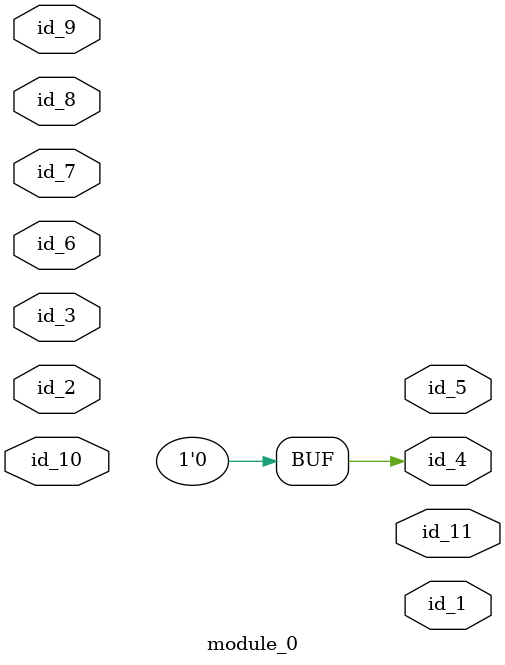
<source format=v>
module module_0 (
    id_1,
    id_2,
    id_3,
    id_4,
    id_5,
    id_6,
    id_7,
    id_8,
    id_9,
    id_10,
    id_11
);
  output id_11;
  inout id_10;
  input id_9;
  input id_8;
  input id_7;
  inout id_6;
  output id_5;
  output id_4;
  inout id_3;
  inout id_2;
  output id_1;
  assign id_4 = 1'd0;
endmodule

</source>
